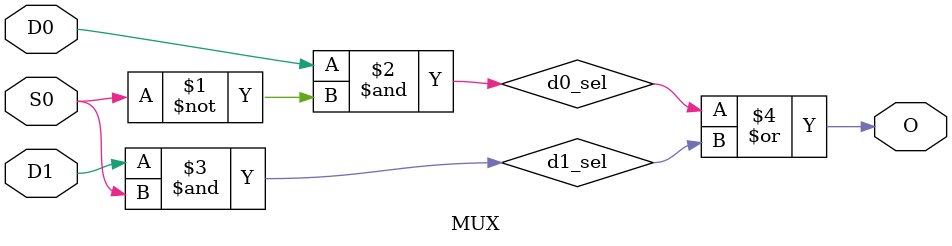
<source format=v>
module MUX (
  input D0,
  input D1,
  input S0,
  output O
);

  wire d0_sel;
  wire d1_sel;

  assign d0_sel = D0 & ~S0;
  assign d1_sel = D1 & S0;
  assign O = d0_sel | d1_sel;

endmodule


</source>
